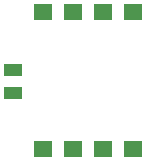
<source format=gbr>
%TF.GenerationSoftware,KiCad,Pcbnew,9.0.3*%
%TF.CreationDate,2025-07-11T23:54:28+00:00*%
%TF.ProjectId,hackpadhahaha,6861636b-7061-4646-9861-686168612e6b,rev?*%
%TF.SameCoordinates,Original*%
%TF.FileFunction,Paste,Bot*%
%TF.FilePolarity,Positive*%
%FSLAX46Y46*%
G04 Gerber Fmt 4.6, Leading zero omitted, Abs format (unit mm)*
G04 Created by KiCad (PCBNEW 9.0.3) date 2025-07-11 23:54:28*
%MOMM*%
%LPD*%
G01*
G04 APERTURE LIST*
G04 Aperture macros list*
%AMRoundRect*
0 Rectangle with rounded corners*
0 $1 Rounding radius*
0 $2 $3 $4 $5 $6 $7 $8 $9 X,Y pos of 4 corners*
0 Add a 4 corners polygon primitive as box body*
4,1,4,$2,$3,$4,$5,$6,$7,$8,$9,$2,$3,0*
0 Add four circle primitives for the rounded corners*
1,1,$1+$1,$2,$3*
1,1,$1+$1,$4,$5*
1,1,$1+$1,$6,$7*
1,1,$1+$1,$8,$9*
0 Add four rect primitives between the rounded corners*
20,1,$1+$1,$2,$3,$4,$5,0*
20,1,$1+$1,$4,$5,$6,$7,0*
20,1,$1+$1,$6,$7,$8,$9,0*
20,1,$1+$1,$8,$9,$2,$3,0*%
G04 Aperture macros list end*
%ADD10RoundRect,0.140000X0.660000X-0.560000X0.660000X0.560000X-0.660000X0.560000X-0.660000X-0.560000X0*%
%ADD11RoundRect,0.110000X0.690000X0.440000X-0.690000X0.440000X-0.690000X-0.440000X0.690000X-0.440000X0*%
G04 APERTURE END LIST*
D10*
%TO.C,U1*%
X264540000Y-67820000D03*
X262000000Y-67820000D03*
X259460000Y-67820000D03*
X256920000Y-67820000D03*
X256920000Y-56260994D03*
X259460000Y-56260994D03*
X262000000Y-56260994D03*
X264540000Y-56260994D03*
D11*
X254400000Y-61120000D03*
X254400000Y-63120000D03*
%TD*%
M02*

</source>
